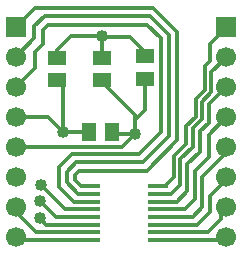
<source format=gtl>
G04 DipTrace 3.1.0.1*
G04 FR2311_Breakout.gtl*
%MOIN*%
G04 #@! TF.FileFunction,Copper,L1,Top*
G04 #@! TF.Part,Single*
G04 #@! TA.AperFunction,Conductor*
%ADD14C,0.012992*%
%ADD16R,0.059055X0.051181*%
G04 #@! TA.AperFunction,ComponentPad*
%ADD17R,0.066929X0.066929*%
%ADD18C,0.066929*%
%ADD19R,0.051181X0.059055*%
%ADD20R,0.070866X0.015748*%
G04 #@! TA.AperFunction,ViaPad*
%ADD21C,0.04*%
%FSLAX26Y26*%
G04*
G70*
G90*
G75*
G01*
G04 Top*
%LPD*%
X573806Y606413D2*
D14*
X595399Y584820D1*
X739706D1*
X781915Y1141215D2*
Y1211549D1*
X781315Y1212148D1*
X631980Y1141215D2*
Y1166568D1*
X677560Y1212148D1*
X781315D1*
X924652Y1146613D2*
Y1159971D1*
X874274Y1210349D1*
X779516D1*
X781315Y1212148D1*
X968052Y712773D2*
X990373D1*
X1020600Y743000D1*
Y813799D1*
X1061400Y854600D1*
Y912799D1*
X1093801Y945199D1*
Y1003400D1*
X1124400Y1034000D1*
Y1114400D1*
X1141199Y1131199D1*
Y1188199D1*
X1197000Y1244000D1*
X1194000D1*
X968052Y687182D2*
X1011581D1*
X1042199Y717801D1*
Y803000D1*
X1084199Y845000D1*
Y906799D1*
X1113600Y936199D1*
Y995000D1*
X1145400Y1026801D1*
Y1092801D1*
X1196600Y1144000D1*
X1194000D1*
X968052Y661592D2*
X1030991D1*
X1066199Y696801D1*
Y785600D1*
X1108199Y827600D1*
Y895999D1*
X1136400Y924199D1*
Y986400D1*
X1194000Y1044000D1*
X739706Y712773D2*
X710940D1*
X690755Y732958D1*
Y750350D1*
X704549Y764144D1*
X931249D1*
X1032605Y865500D1*
Y1226542D1*
X952240Y1306907D1*
X556907D1*
X494000Y1244000D1*
X739706Y687182D2*
X702945D1*
X663167Y726961D1*
Y761146D1*
X695552Y793531D1*
X918055D1*
X1005617Y881093D1*
Y1218146D1*
X942644Y1281118D1*
X589999D1*
X555814Y1246933D1*
Y1205814D1*
X494000Y1144000D1*
X739706Y661592D2*
X687753D1*
X637978Y711367D1*
Y776139D1*
X681159Y819320D1*
X903661D1*
X978029Y893688D1*
Y1205551D1*
X932449Y1251131D1*
X600194D1*
X584001Y1234938D1*
Y1186360D1*
X558213Y1160571D1*
Y1108213D1*
X494000Y1044000D1*
X968060Y533639D2*
X1183639D1*
X1194000Y544000D1*
X968052Y559230D2*
X1136230D1*
X1179600Y602600D1*
Y629600D1*
X1194000Y644000D1*
X968052Y584820D2*
X1099420D1*
X1142400Y627801D1*
Y681801D1*
X1204600Y744000D1*
X1194000D1*
X968052Y610411D2*
X1083610D1*
X1116000Y642801D1*
Y745400D1*
X1214600Y844000D1*
X1194000D1*
X968052Y636001D2*
X1056400D1*
X1090199Y669801D1*
Y764600D1*
X1136400Y810801D1*
Y884600D1*
X1195801Y944000D1*
X1194000D1*
X739706Y533639D2*
X483639D1*
X494000Y544000D1*
X739706Y559230D2*
X562970D1*
X478199Y644000D1*
X494000D1*
X739706Y636001D2*
X656369D1*
X576804Y715566D1*
X651772Y892488D2*
X738134D1*
X739333Y893688D1*
X651772Y892488D2*
Y1046621D1*
X631980Y1066412D1*
X651772Y892488D2*
X650572D1*
X600794Y942266D1*
X495734D1*
X494000Y944000D1*
X739706Y610411D2*
X627383D1*
X575605Y662189D1*
X891067Y886491D2*
X821333D1*
X814136Y893688D1*
X891067Y886491D2*
Y932671D1*
X924652Y966256D1*
Y1071810D1*
X781915Y1066412D2*
Y1060415D1*
X891067Y951262D1*
Y932671D1*
X494000Y844000D2*
X848576D1*
X891067Y886491D1*
D21*
X573806Y606413D3*
X781315Y1212148D3*
X575605Y662189D3*
X891067Y886491D3*
X576804Y715566D3*
X651772Y892488D3*
D16*
X924652Y1071810D3*
Y1146613D3*
X781915Y1066412D3*
Y1141215D3*
X631980Y1066412D3*
Y1141215D3*
D17*
X494000Y1244000D3*
D18*
Y1144000D3*
Y1044000D3*
Y944000D3*
Y844000D3*
Y744000D3*
Y644000D3*
Y544000D3*
D17*
X1194000Y1244000D3*
D18*
Y1144000D3*
Y1044000D3*
Y944000D3*
Y844000D3*
Y744000D3*
Y644000D3*
Y544000D3*
D19*
X739333Y893688D3*
X814136D3*
D20*
X739706Y712773D3*
Y687182D3*
Y661592D3*
Y636001D3*
Y610411D3*
Y584820D3*
Y559230D3*
Y533639D3*
X968060D3*
X968052Y559230D3*
Y584820D3*
Y610411D3*
Y636001D3*
Y661592D3*
Y687182D3*
Y712773D3*
M02*

</source>
